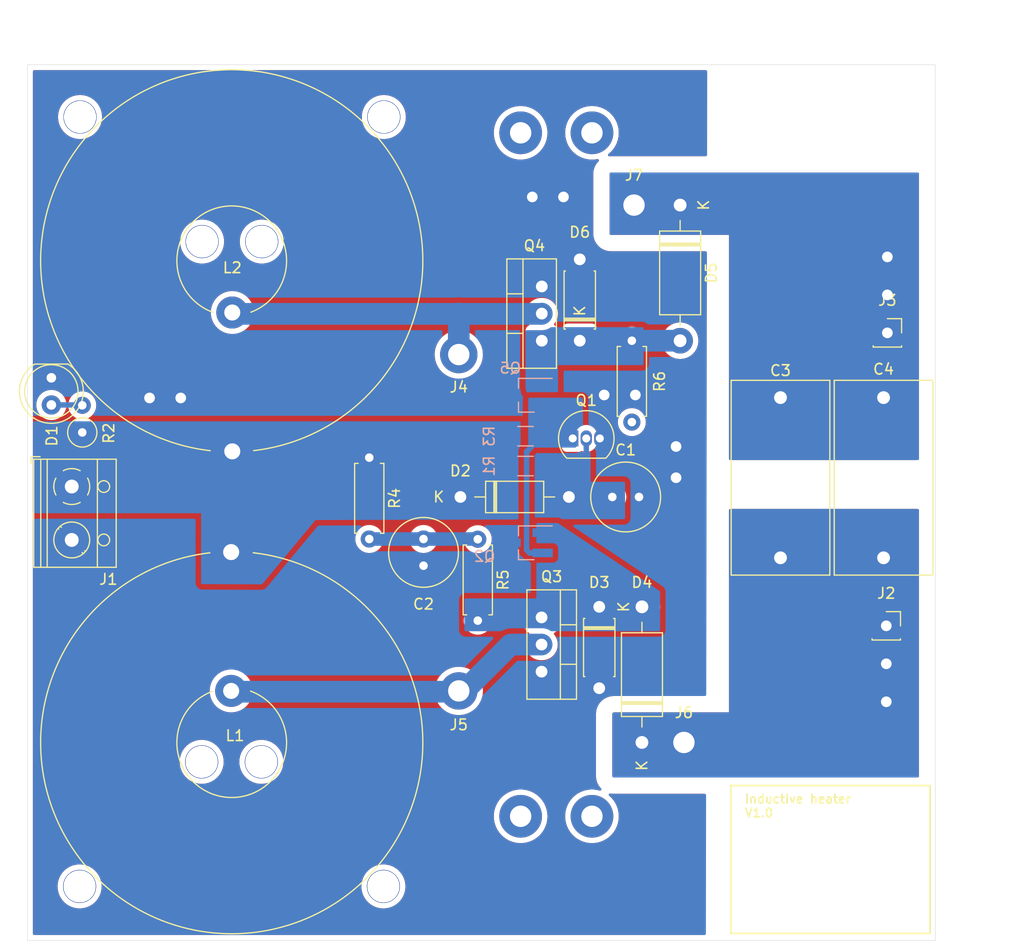
<source format=kicad_pcb>
(kicad_pcb (version 20211014) (generator pcbnew)
  (layers (0 "F.Cu" signal "Front") (31 "B.Cu" signal "Back") (34 "B.Paste" user) (35 "F.Paste" user) (36 "B.SilkS" user "B.Silkscreen") (37 "F.SilkS" user "F.Silkscreen") (38 "B.Mask" user) (39 "F.Mask" user) (44 "Edge.Cuts" user))
  (net 0 "")
  (net 1 "Net-(C1-Pad1)")
  (net 2 "GND")
  (net 3 "Net-(C2-Pad1)")
  (net 4 "Net-(D1-Pad2)")
  (net 5 "Net-(D2-Pad1)")
  (net 6 "Net-(D3-Pad1)")
  (net 7 "Net-(D5-Pad2)")
  (net 8 "Net-(Q1-Pad1)")
  (net 9 "Net-(C3-Pad1)")
  (net 10 "Net-(C3-Pad2)")
  (footprint "Package_TO_SOT_THT:TO-220-3_Vertical" (layer "F.Cu") (at 99.7 87.3506 -90)
    (fp_text reference "Q3" (at -3.81 -0.945) (layer "F.SilkS"))
    (fp_text value "IRFZ44N")
    (fp_line (start -2.58 -3.27) (end -2.58 1.371) (layer "F.SilkS") (width 0.12))
    (fp_line (start -2.58 1.371) (end 7.66 1.371) (layer "F.SilkS") (width 0.12))
    (fp_line (start 0.69 -3.27) (end 0.69 -1.76) (layer "F.SilkS") (width 0.12))
    (fp_line (start 4.391 -3.27) (end 4.391 -1.76) (layer "F.SilkS") (width 0.12))
    (fp_line (start -2.58 -3.27) (end 7.66 -3.27) (layer "F.SilkS") (width 0.12))
    (fp_line (start 7.66 -3.27) (end 7.66 1.371) (layer "F.SilkS") (width 0.12))
    (fp_line (start -2.58 -1.76) (end 7.66 -1.76) (layer "F.SilkS") (width 0.12))
    (pad "1" thru_hole rect locked (at 0 0 270) (size 1.905 2) (drill 1.1) (layers *.Cu *.Mask) (net 6 "Net-(D3-Pad1)"))
    (pad "2" thru_hole oval locked (at 2.54 0 270) (size 1.905 2) (drill 1.1) (layers *.Cu *.Mask) (net 10 "Net-(C3-Pad2)"))
    (pad "3" thru_hole oval locked (at 5.08 0 270) (size 1.905 2) (drill 1.1) (layers *.Cu *.Mask) (net 2 "GND"))
  )
  (footprint "Diode_THT:D_DO-41_SOD81_P10.16mm_Horizontal" (layer "F.Cu") (at 92.1004 76.073)
    (fp_text reference "D2" (at 0 -2.4384 180) (layer "F.SilkS"))
    (fp_text value "1N5819")
    (fp_text user "K" (at -2.032 0) (layer "F.SilkS"))
    (fp_line (start 7.8 1.47) (end 7.8 -1.47) (layer "F.SilkS") (width 0.12))
    (fp_line (start 1.34 0) (end 2.36 0) (layer "F.SilkS") (width 0.12))
    (fp_line (start 2.36 1.47) (end 7.8 1.47) (layer "F.SilkS") (width 0.12))
    (fp_line (start 3.38 -1.47) (end 3.38 1.47) (layer "F.SilkS") (width 0.12))
    (fp_line (start 8.82 0) (end 7.8 0) (layer "F.SilkS") (width 0.12))
    (fp_line (start 7.8 -1.47) (end 2.36 -1.47) (layer "F.SilkS") (width 0.12))
    (fp_line (start 3.14 -1.47) (end 3.14 1.47) (layer "F.SilkS") (width 0.12))
    (fp_line (start 3.26 -1.47) (end 3.26 1.47) (layer "F.SilkS") (width 0.12))
    (fp_line (start 2.36 -1.47) (end 2.36 1.47) (layer "F.SilkS") (width 0.12))
    (pad "1" thru_hole rect locked (at 0 0) (size 2.2 2.2) (drill 1.1) (layers *.Cu *.Mask) (net 5 "Net-(D2-Pad1)"))
    (pad "2" thru_hole oval locked (at 10.16 0) (size 2.2 2.2) (drill 1.1) (layers *.Cu *.Mask) (net 1 "Net-(C1-Pad1)"))
  )
  (footprint "Capacitor_THT:C_Radial_D6.3mm_H5.0mm_P2.50mm" (layer "F.Cu") (at 106.3244 76.073)
    (fp_text reference "C1" (at 1.25 -4.4) (layer "F.SilkS"))
    (fp_text value "100u")
    (fp_circle (center 1.25 0) (end 4.52 0) (layer "F.SilkS") (width 0.12) (fill none))
    (pad "1" thru_hole circle locked (at 0 0) (size 1.6 1.6) (drill 0.8) (layers *.Cu *.Mask) (net 1 "Net-(C1-Pad1)"))
    (pad "2" thru_hole circle locked (at 2.5 0) (size 1.6 1.6) (drill 0.8) (layers *.Cu *.Mask) (net 2 "GND"))
  )
  (footprint "Resistor_THT:R_Axial_DIN0207_L6.3mm_D2.5mm_P7.62mm_Horizontal" (layer "F.Cu") (at 83.566 72.39 -90)
    (fp_text reference "R4" (at 3.81 -2.37 -90) (layer "F.SilkS"))
    (fp_text value "47")
    (fp_line (start 7.08 -1.37) (end 7.08 -1.04) (layer "F.SilkS") (width 0.12))
    (fp_line (start 7.08 1.37) (end 7.08 1.04) (layer "F.SilkS") (width 0.12))
    (fp_line (start 0.54 1.04) (end 0.54 1.37) (layer "F.SilkS") (width 0.12))
    (fp_line (start 0.54 1.37) (end 7.08 1.37) (layer "F.SilkS") (width 0.12))
    (fp_line (start 0.54 -1.37) (end 7.08 -1.37) (layer "F.SilkS") (width 0.12))
    (fp_line (start 0.54 -1.04) (end 0.54 -1.37) (layer "F.SilkS") (width 0.12))
    (pad "1" thru_hole circle locked (at 0 0 270) (size 1.6 1.6) (drill 0.8) (layers *.Cu *.Mask) (net 5 "Net-(D2-Pad1)"))
    (pad "2" thru_hole oval locked (at 7.62 0 270) (size 1.6 1.6) (drill 0.8) (layers *.Cu *.Mask) (net 3 "Net-(C2-Pad1)"))
  )
  (footprint "LED_THT:LED_D5.0mm" (layer "F.Cu") (at 53.7972 64.9174 -90)
    (fp_text reference "D1" (at 5.4406 -0.0508 90) (layer "F.SilkS"))
    (fp_text value "Yellow")
    (fp_line (start -1.29 -1.545) (end -1.29 1.545) (layer "F.SilkS") (width 0.12))
    (fp_arc (start -1.29 -1.54483) (mid 2.072002 -2.880433) (end 4.26 0.000462) (layer "F.SilkS") (width 0.12))
    (fp_arc (start 4.26 -0.000462) (mid 2.072002 2.880433) (end -1.29 1.54483) (layer "F.SilkS") (width 0.12))
    (fp_circle (center 1.27 0) (end 3.77 0) (layer "F.SilkS") (width 0.12) (fill none))
    (pad "1" thru_hole rect locked (at 0 0 270) (size 1.8 1.8) (drill 0.9) (layers *.Cu *.Mask) (net 2 "GND"))
    (pad "2" thru_hole circle locked (at 2.54 0 270) (size 1.8 1.8) (drill 0.9) (layers *.Cu *.Mask) (net 4 "Net-(D1-Pad2)"))
  )
  (footprint "custom:JumperHole_2mm" (layer "F.Cu") (at 91.948 94.234)
    (fp_text reference "J5" (at 0 3.175 unlocked) (layer "F.SilkS"))
    (fp_text value "JUMP")
    (pad "1" thru_hole circle (at 0 0) (size 3.5 3.5) (drill 2) (layers *.Cu *.Mask) (net 10 "Net-(C3-Pad2)"))
  )
  (footprint "Resistor_THT:R_Axial_DIN0207_L6.3mm_D2.5mm_P7.62mm_Horizontal" (layer "F.Cu") (at 108.1532 69.0626 90)
    (fp_text reference "R6" (at 3.81 2.5908 90) (layer "F.SilkS"))
    (fp_text value "470")
    (fp_line (start 0.54 1.37) (end 7.08 1.37) (layer "F.SilkS") (width 0.12))
    (fp_line (start 7.08 1.37) (end 7.08 1.04) (layer "F.SilkS") (width 0.12))
    (fp_line (start 0.54 -1.04) (end 0.54 -1.37) (layer "F.SilkS") (width 0.12))
    (fp_line (start 0.54 -1.37) (end 7.08 -1.37) (layer "F.SilkS") (width 0.12))
    (fp_line (start 0.54 1.04) (end 0.54 1.37) (layer "F.SilkS") (width 0.12))
    (fp_line (start 7.08 -1.37) (end 7.08 -1.04) (layer "F.SilkS") (width 0.12))
    (pad "1" thru_hole circle locked (at 0 0 90) (size 1.6 1.6) (drill 0.8) (layers *.Cu *.Mask) (net 3 "Net-(C2-Pad1)"))
    (pad "2" thru_hole oval locked (at 7.62 0 90) (size 1.6 1.6) (drill 0.8) (layers *.Cu *.Mask) (net 7 "Net-(D5-Pad2)"))
  )
  (footprint "Resistor_THT:R_Axial_DIN0207_L6.3mm_D2.5mm_P2.54mm_Vertical" (layer "F.Cu") (at 56.6928 70.0314 90)
    (fp_text reference "R2" (at -0.0726 2.4892 90) (layer "F.SilkS"))
    (fp_text value "2.7k")
    (fp_line (start 1.37 0) (end 1.44 0) (layer "F.SilkS") (width 0.12))
    (fp_circle (center 0 0) (end 1.37 0) (layer "F.SilkS") (width 0.12) (fill none))
    (pad "1" thru_hole circle locked (at 0 0 90) (size 1.6 1.6) (drill 0.8) (layers *.Cu *.Mask) (net 5 "Net-(D2-Pad1)"))
    (pad "2" thru_hole oval locked (at 2.54 0 90) (size 1.6 1.6) (drill 0.8) (layers *.Cu *.Mask) (net 4 "Net-(D1-Pad2)"))
  )
  (footprint "custom:Toroid_35mm" (layer "F.Cu") (at 70.686999 98.824 180)
    (fp_text reference "L1" (at -0.306001 0.399 unlocked) (layer "F.SilkS"))
    (fp_text value "2.4m")
    (fp_arc (start -2.011999 17.525999) (mid -0.019869 -18.147466) (end 2.05148 17.521487) (layer "F.SilkS") (width 0.12))
    (fp_arc (start -1.757999 4.572) (mid -0.018742 -5.390194) (end 1.793173 4.559042) (layer "F.SilkS") (width 0.12))
    (pad "" thru_hole circle (at -14.203999 -13.716 180) (size 3.1 3.1) (drill 3) (layers *.Cu *.Mask))
    (pad "" thru_hole circle (at 2.814001 -2.052 180) (size 3.1 3.1) (drill 3) (layers *.Cu *.Mask))
    (pad "" thru_hole circle (at -2.773999 -2.052 180) (size 3.1 3.1) (drill 3) (layers *.Cu *.Mask))
    (pad "" thru_hole circle (at 14.244001 -13.716 180) (size 3.1 3.1) (drill 3) (layers *.Cu *.Mask))
    (pad "1" thru_hole circle (at 0.052001 17.59 180) (size 3 3) (drill 1.5) (layers *.Cu *.Mask) (net 5 "Net-(D2-Pad1)"))
    (pad "2" thru_hole circle (at 0.052001 4.59 180) (size 3 3) (drill 1.5) (layers *.Cu *.Mask) (net 10 "Net-(C3-Pad2)"))
  )
  (footprint "TerminalBlock_RND:TerminalBlock_RND_205-00012_1x02_P5.00mm_Horizontal" (layer "F.Cu") (at 55.707 75.097 -90)
    (fp_text reference "J1" (at 8.6868 -3.429 180) (layer "F.SilkS"))
    (fp_text value "POWER")
    (fp_line (start -2.56 -4.16) (end -2.56 3.561) (layer "F.SilkS") (width 0.12))
    (fp_line (start -2.56 -4.16) (end 7.56 -4.16) (layer "F.SilkS") (width 0.12))
    (fp_line (start -2.8 3.8) (end -2.2 3.8) (layer "F.SilkS") (width 0.12))
    (fp_line (start -2.56 2.9) (end 7.56 2.9) (layer "F.SilkS") (width 0.12))
    (fp_line (start -2.56 -2.4) (end 7.56 -2.4) (layer "F.SilkS") (width 0.12))
    (fp_line (start 6.275 -1.069) (end 6.181 -0.976) (layer "F.SilkS") (width 0.12))
    (fp_line (start -2.8 2.96) (end -2.8 3.8) (layer "F.SilkS") (width 0.12))
    (fp_line (start 3.99 1.216) (end 3.931 1.274) (layer "F.SilkS") (width 0.12))
    (fp_line (start 3.82 0.976) (end 3.726 1.069) (layer "F.SilkS") (width 0.12))
    (fp_line (start -2.56 3.561) (end 7.56 3.561) (layer "F.SilkS") (width 0.12))
    (fp_line (start 7.56 -4.16) (end 7.56 3.561) (layer "F.SilkS") (width 0.12))
    (fp_line (start -2.56 2.3) (end 7.56 2.3) (layer "F.SilkS") (width 0.12))
    (fp_line (start 6.07 -1.275) (end 6.011 -1.216) (layer "F.SilkS") (width 0.12))
    (fp_arc (start -0.789089 -1.483953) (mid -0.00005 -1.680708) (end 0.789 -1.484) (layer "F.SilkS") (width 0.12))
    (fp_arc (start 1.483953 -0.789089) (mid 1.680708 -0.00005) (end 1.484 0.789) (layer "F.SilkS") (width 0.12))
    (fp_arc (start 0.788712 1.483352) (mid 0.406429 1.630097) (end 0 1.68) (layer "F.SilkS") (width 0.12))
    (fp_arc (start 0.029383 1.68045) (mid -0.392304 1.634281) (end -0.789 1.484) (layer "F.SilkS") (width 0.12))
    (fp_arc (start -1.483953 0.789089) (mid -1.680708 0.00005) (end -1.484 -0.789) (layer "F.SilkS") (width 0.12))
    (fp_circle (center 0 -3) (end 0.55 -3) (layer "F.SilkS") (width 0.12) (fill none))
    (fp_circle (center 5 0) (end 6.68 0) (layer "F.SilkS") (width 0.12) (fill none))
    (fp_circle (center 5 -3) (end 5.55 -3) (layer "F.SilkS") (width 0.12) (fill none))
    (pad "1" thru_hole rect locked (at 0 0 270) (size 2.5 2.5) (drill 1.3) (layers *.Cu *.Mask) (net 5 "Net-(D2-Pad1)"))
    (pad "2" thru_hole circle locked (at 5 0 270) (size 2.5 2.5) (drill 1.3) (layers *.Cu *.Mask) (net 2 "GND"))
  )
  (footprint "Capacitor_THT:C_Rect_L18.0mm_W9.0mm_P15.00mm_FKS3_FKP3" (layer "F.Cu") (at 131.7244 81.7696 90)
    (fp_text reference "C4" (at 17.66 0 180) (layer "F.SilkS"))
    (fp_text value "220n")
    (fp_line (start 16.62 -4.62) (end 16.62 4.62) (layer "F.SilkS") (width 0.12))
    (fp_line (start -1.62 -4.62) (end -1.62 4.62) (layer "F.SilkS") (width 0.12))
    (fp_line (start -1.62 4.62) (end 16.62 4.62) (layer "F.SilkS") (width 0.12))
    (fp_line (start -1.62 -4.62) (end 16.62 -4.62) (layer "F.SilkS") (width 0.12))
    (pad "1" thru_hole circle locked (at 0 0 90) (size 2.4 2.4) (drill 1.2) (layers *.Cu *.Mask) (net 9 "Net-(C3-Pad1)"))
    (pad "2" thru_hole circle locked (at 15 0 90) (size 2.4 2.4) (drill 1.2) (layers *.Cu *.Mask) (net 10 "Net-(C3-Pad2)"))
  )
  (footprint "custom:Toroid_35mm" (layer "F.Cu") (at 70.686999 54.211)
    (fp_text reference "L2" (at 0.052001 0.399 unlocked) (layer "F.SilkS"))
    (fp_text value "2.4m")
    (fp_arc (start -1.757999 4.572) (mid -0.018742 -5.390194) (end 1.793173 4.559042) (layer "F.SilkS") (width 0.12))
    (fp_arc (start -2.011999 17.525999) (mid -0.019869 -18.147466) (end 2.05148 17.521487) (layer "F.SilkS") (width 0.12))
    (pad "" thru_hole circle (at -2.773999 -2.052) (size 3.1 3.1) (drill 3) (layers *.Cu *.Mask))
    (pad "" thru_hole circle (at 2.814001 -2.052) (size 3.1 3.1) (drill 3) (layers *.Cu *.Mask))
    (pad "" thru_hole circle (at -14.203999 -13.716) (size 3.1 3.1) (drill 3) (layers *.Cu *.Mask))
    (pad "" thru_hole circle (at 14.244001 -13.716) (size 3.1 3.1) (drill 3) (layers *.Cu *.Mask))
    (pad "1" thru_hole circle (at 0.052001 17.59) (size 3 3) (drill 1.5) (layers *.Cu *.Mask) (net 5 "Net-(D2-Pad1)"))
    (pad "2" thru_hole circle (at 0.052001 4.59) (size 3 3) (drill 1.5) (layers *.Cu *.Mask) (net 9 "Net-(C3-Pad1)"))
  )
  (footprint "custom:JumperHole_2mm" (layer "F.Cu") (at 108.3564 48.7426)
    (fp_text reference "J7" (at 0 -2.794 unlocked) (layer "F.SilkS"))
    (fp_text value "COIL-")
    (pad "1" thru_hole circle (at 0 0) (size 3.5 3.5) (drill 2) (layers *.Cu *.Mask) (net 10 "Net-(C3-Pad2)"))
  )
  (footprint "Capacitor_THT:C_Radial_D6.3mm_H5.0mm_P2.50mm" (layer "F.Cu") (at 88.646 80.01 -90)
    (fp_text reference "C2" (at 6.096 0) (layer "F.SilkS"))
    (fp_text value "10u")
    (fp_circle (center 1.25 0) (end 4.52 0) (layer "F.SilkS") (width 0.12) (fill none))
    (pad "1" thru_hole circle locked (at 0 0 270) (size 1.6 1.6) (drill 0.8) (layers *.Cu *.Mask) (net 3 "Net-(C2-Pad1)"))
    (pad "2" thru_hole circle locked (at 2.5 0 270) (size 1.6 1.6) (drill 0.8) (layers *.Cu *.Mask) (net 2 "GND"))
  )
  (footprint "custom:JumperHole_2mm" (layer "F.Cu") (at 113.03 99.06)
    (fp_text reference "J6" (at 0 -2.794 unlocked) (layer "F.SilkS"))
    (fp_text value "COIL+")
    (pad "1" thru_hole circle (at 0 0) (size 3.5 3.5) (drill 2) (layers *.Cu *.Mask) (net 9 "Net-(C3-Pad1)"))
  )
  (footprint "" (layer "F.Cu") (at 131.9784 95.25)
    (fp_text reference "" (at 0 0) (layer "F.SilkS") (effects (font (size 1.27 1.27))))
    (fp_text value "" (at 0 0) (layer "F.SilkS") (effects (font (size 1.27 1.27))))
    (pad "1" thru_hole rect locked (at 0 0) (size 1.7 1.7) (drill 1) (layers *.Cu *.Mask) (net 9 "Net-(C3-Pad1)"))
  )
  (footprint "Diode_THT:D_DO-15_P12.70mm_Horizontal" (layer "F.Cu") (at 112.6744 48.7426 -90)
    (fp_text reference "D5" (at 6.35 -2.92 90) (layer "F.SilkS"))
    (fp_text value "FR207")
    (fp_text user "K" (at 0 -2.2 90) (layer "F.SilkS"))
    (fp_line (start 11.26 0) (end 10.27 0) (layer "F.SilkS") (width 0.12))
    (fp_line (start 3.57 -1.92) (end 3.57 1.92) (layer "F.SilkS") (width 0.12))
    (fp_line (start 1.44 0) (end 2.43 0) (layer "F.SilkS") (width 0.12))
    (fp_line (start 2.43 -1.92) (end 2.43 1.92) (layer "F.SilkS") (width 0.12))
    (fp_line (start 3.81 -1.92) (end 3.81 1.92) (layer "F.SilkS") (width 0.12))
    (fp_line (start 10.27 1.92) (end 10.27 -1.92) (layer "F.SilkS") (width 0.12))
    (fp_line (start 2.43 1.92) (end 10.27 1.92) (layer "F.SilkS") (width 0.12))
    (fp_line (start 3.69 -1.92) (end 3.69 1.92) (layer "F.SilkS") (width 0.12))
    (fp_line (start 10.27 -1.92) (end 2.43 -1.92) (layer "F.SilkS") (width 0.12))
    (pad "1" thru_hole rect locked (at 0 0 270) (size 2.4 2.4) (drill 1.2) (layers *.Cu *.Mask) (net 10 "Net-(C3-Pad2)"))
    (pad "2" thru_hole oval locked (at 12.7 0 270) (size 2.4 2.4) (drill 1.2) (layers *.Cu *.Mask) (net 7 "Net-(D5-Pad2)"))
  )
  (footprint "Connector_PinSocket_2.54mm:PinSocket_1x01_P2.54mm_Vertical" (layer "F.Cu") (at 132.08 60.706)
    (fp_text reference "J3" (at 0 -3.048) (layer "F.SilkS"))
    (fp_text value "JUMP")
    (fp_line (start 0 -1.33) (end 1.33 -1.33) (layer "F.SilkS") (width 0.12))
    (fp_line (start 1.33 -1.33) (end 1.33 0) (layer "F.SilkS") (width 0.12))
    (fp_line (start -1.33 1.33) (end 1.33 1.33) (layer "F.SilkS") (width 0.12))
    (fp_line (start -1.33 1.21) (end -1.33 1.33) (layer "F.SilkS") (width 0.12))
    (fp_line (start 1.33 1.21) (end 1.33 1.33) (layer "F.SilkS") (width 0.12))
    (pad "1" thru_hole rect locked (at 0 0) (size 1.7 1.7) (drill 1) (layers *.Cu *.Mask) (net 10 "Net-(C3-Pad2)"))
  )
  (footprint "" (layer "F.Cu") (at 131.9784 91.694)
    (fp_text reference "" (at 0 0) (layer "F.SilkS") (effects (font (size 1.27 1.27))))
    (fp_text value "" (at 0 0) (layer "F.SilkS") (effects (font (size 1.27 1.27))))
    (pad "1" thru_hole rect locked (at 0 0) (size 1.7 1.7) (drill 1) (layers *.Cu *.Mask) (net 9 "Net-(C3-Pad1)"))
  )
  (footprint "Package_TO_SOT_THT:TO-220-3_Vertical" (layer "F.Cu") (at 99.7204 61.4426 90)
    (fp_text reference "Q4" (at 8.89 -0.691) (layer "F.SilkS"))
    (fp_text value "IRFZ44N")
    (fp_line (start 7.66 -3.27) (end 7.66 1.371) (layer "F.SilkS") (width 0.12))
    (fp_line (start -2.58 -1.76) (end 7.66 -1.76) (layer "F.SilkS") (width 0.12))
    (fp_line (start -2.58 1.371) (end 7.66 1.371) (layer "F.SilkS") (width 0.12))
    (fp_line (start -2.58 -3.27) (end -2.58 1.371) (layer "F.SilkS") (width 0.12))
    (fp_line (start 4.391 -3.27) (end 4.391 -1.76) (layer "F.SilkS") (width 0.12))
    (fp_line (start -2.58 -3.27) (end 7.66 -3.27) (layer "F.SilkS") (width 0.12))
    (fp_line (start 0.69 -3.27) (end 0.69 -1.76) (layer "F.SilkS") (width 0.12))
    (pad "1" thru_hole rect locked (at 0 0 90) (size 1.905 2) (drill 1.1) (layers *.Cu *.Mask) (net 7 "Net-(D5-Pad2)"))
    (pad "2" thru_hole oval locked (at 2.54 0 90) (size 1.905 2) (drill 1.1) (layers *.Cu *.Mask) (net 9 "Net-(C3-Pad1)"))
    (pad "3" thru_hole oval locked (at 5.08 0 90) (size 1.905 2) (drill 1.1) (layers *.Cu *.Mask) (net 2 "GND"))
  )
  (footprint "Capacitor_THT:C_Rect_L18.0mm_W9.0mm_P15.00mm_FKS3_FKP3" (layer "F.Cu") (at 122.0724 81.7696 90)
    (fp_text reference "C3" (at 17.533 0 180) (layer "F.SilkS"))
    (fp_text value "220n")
    (fp_line (start -1.62 -4.62) (end -1.62 4.62) (layer "F.SilkS") (width 0.12))
    (fp_line (start -1.62 -4.62) (end 16.62 -4.62) (layer "F.SilkS") (width 0.12))
    (fp_line (start -1.62 4.62) (end 16.62 4.62) (layer "F.SilkS") (width 0.12))
    (fp_line (start 16.62 -4.62) (end 16.62 4.62) (layer "F.SilkS") (width 0.12))
    (pad "1" thru_hole circle locked (at 0 0 90) (size 2.4 2.4) (drill 1.2) (layers *.Cu *.Mask) (net 9 "Net-(C3-Pad1)"))
    (pad "2" thru_hole circle locked (at 15 0 90) (size 2.4 2.4) (drill 1.2) (layers *.Cu *.Mask) (net 10 "Net-(C3-Pad2)"))
  )
  (footprint "" (layer "F.Cu") (at 132.08 53.594)
    (fp_text reference "" (at 0 0) (layer "F.SilkS") (effects (font (size 1.27 1.27))))
    (fp_text value "" (at 0 0) (layer "F.SilkS") (effects (font (size 1.27 1.27))))
    (pad "1" thru_hole rect locked (at 0 0) (size 1.7 1.7) (drill 1) (layers *.Cu *.Mask) (net 10 "Net-(C3-Pad2)"))
  )
  (footprint "Diode_THT:D_DO-15_P12.70mm_Horizontal" (layer "F.Cu") (at 109.1 99.06 90)
    (fp_text reference "D4" (at 14.986 0 180) (layer "F.SilkS"))
    (fp_text value "FR207")
    (fp_text user "K" (at -2.159 0 90) (layer "F.SilkS"))
    (fp_line (start 10.27 1.92) (end 10.27 -1.92) (layer "F.SilkS") (width 0.12))
    (fp_line (start 2.43 1.92) (end 10.27 1.92) (layer "F.SilkS") (width 0.12))
    (fp_line (start 3.69 -1.92) (end 3.69 1.92) (layer "F.SilkS") (width 0.12))
    (fp_line (start 2.43 -1.92) (end 2.43 1.92) (layer "F.SilkS") (width 0.12))
    (fp_line (start 3.57 -1.92) (end 3.57 1.92) (layer "F.SilkS") (width 0.12))
    (fp_line (start 1.44 0) (end 2.43 0) (layer "F.SilkS") (width 0.12))
    (fp_line (start 10.27 -1.92) (end 2.43 -1.92) (layer "F.SilkS") (width 0.12))
    (fp_line (start 3.81 -1.92) (end 3.81 1.92) (layer "F.SilkS") (width 0.12))
    (fp_line (start 11.26 0) (end 10.27 0) (layer "F.SilkS") (width 0.12))
    (pad "1" thru_hole rect locked (at 0 0 90) (size 2.4 2.4) (drill 1.2) (layers *.Cu *.Mask) (net 9 "Net-(C3-Pad1)"))
    (pad "2" thru_hole oval locked (at 12.7 0 90) (size 2.4 2.4) (drill 1.2) (layers *.Cu *.Mask) (net 6 "Net-(D3-Pad1)"))
  )
  (footprint "Connector_PinSocket_2.54mm:PinSocket_1x01_P2.54mm_Vertical" (layer "F.Cu") (at 131.9784 88.138)
    (fp_text reference "J2" (at 0 -3.048) (layer "F.SilkS"))
    (fp_text value "JUMP")
    (fp_line (start 1.33 -1.33) (end 1.33 0) (layer "F.SilkS") (width 0.12))
    (fp_line (start 0 -1.33) (end 1.33 -1.33) (layer "F.SilkS") (width 0.12))
    (fp_line (start -1.33 1.33) (end 1.33 1.33) (layer "F.SilkS") (width 0.12))
    (fp_line (start -1.33 1.21) (end -1.33 1.33) (layer "F.SilkS") (width 0.12))
    (fp_line (start 1.33 1.21) (end 1.33 1.33) (layer "F.SilkS") (width 0.12))
    (pad "1" thru_hole rect locked (at 0 0) (size 1.7 1.7) (drill 1) (layers *.Cu *.Mask) (net 9 "Net-(C3-Pad1)"))
  )
  (footprint "Diode_THT:D_DO-41_SOD81_P7.62mm_Horizontal" (layer "F.Cu") (at 103.2764 61.4426 90)
    (fp_text reference "D6" (at 10.16 0) (layer "F.SilkS"))
    (fp_text value "Z12")
    (fp_text user "K" (at 2.794 0 90) (layer "F.SilkS"))
    (fp_line (start 1.09 1.47) (end 6.53 1.47) (layer "F.SilkS") (width 0.12))
    (fp_line (start 1.87 -1.47) (end 1.87 1.47) (layer "F.SilkS") (width 0.12))
    (fp_line (start 1.09 -1.47) (end 6.53 -1.47) (layer "F.SilkS") (width 0.12))
    (fp_line (start 1.09 1.34) (end 1.09 1.47) (layer "F.SilkS") (width 0.12))
    (fp_line (start 6.53 -1.47) (end 6.53 -1.34) (layer "F.SilkS") (width 0.12))
    (fp_line (start 1.09 -1.34) (end 1.09 -1.47) (layer "F.SilkS") (width 0.12))
    (fp_line (start 6.53 1.47) (end 6.53 1.34) (layer "F.SilkS") (width 0.12))
    (fp_line (start 1.99 -1.47) (end 1.99 1.47) (layer "F.SilkS") (width 0.12))
    (fp_line (start 2.11 -1.47) (end 2.11 1.47) (layer "F.SilkS") (width 0.12))
    (pad "1" thru_hole rect locked (at 0 0 90) (size 2.2 2.2) (drill 1.1) (layers *.Cu *.Mask) (net 7 "Net-(D5-Pad2)"))
    (pad "2" thru_hole oval locked (at 7.62 0 90) (size 2.2 2.2) (drill 1.1) (layers *.Cu *.Mask) (net 2 "GND"))
  )
  (footprint "Diode_THT:D_DO-41_SOD81_P7.62mm_Horizontal" (layer "F.Cu") (at 105.1 86.36 -90)
    (fp_text reference "D3" (at -2.286 0) (layer "F.SilkS"))
    (fp_text value "Z12")
    (fp_text user "K" (at 0 -2.286 -270) (layer "F.SilkS"))
    (fp_line (start 1.09 -1.47) (end 6.53 -1.47) (layer "F.SilkS") (width 0.12))
    (fp_line (start 1.09 1.47) (end 6.53 1.47) (layer "F.SilkS") (width 0.12))
    (fp_line (start 6.53 1.47) (end 6.53 1.34) (layer "F.SilkS") (width 0.12))
    (fp_line (start 1.99 -1.47) (end 1.99 1.47) (layer "F.SilkS") (width 0.12))
    (fp_line (start 1.09 1.34) (end 1.09 1.47) (layer "F.SilkS") (width 0.12))
    (fp_line (start 6.53 -1.47) (end 6.53 -1.34) (layer "F.SilkS") (width 0.12))
    (fp_line (start 2.11 -1.47) (end 2.11 1.47) (layer "F.SilkS") (width 0.12))
    (fp_line (start 1.87 -1.47) (end 1.87 1.47) (layer "F.SilkS") (width 0.12))
    (fp_line (start 1.09 -1.34) (end 1.09 -1.47) (layer "F.SilkS") (width 0.12))
    (pad "1" thru_hole rect locked (at 0 0 270) (size 2.2 2.2) (drill 1.1) (layers *.Cu *.Mask) (net 6 "Net-(D3-Pad1)"))
    (pad "2" thru_hole oval locked (at 7.62 0 270) (size 2.2 2.2) (drill 1.1) (layers *.Cu *.Mask) (net 2 "GND"))
  )
  (footprint "custom:JumperHole_2mm" (layer "F.Cu") (at 91.948 62.738 180)
    (fp_text reference "J4" (at 0 -3.048 unlocked) (layer "F.SilkS"))
    (fp_text value "JUMP")
    (pad "1" thru_hole circle (at 0 0 180) (size 3.5 3.5) (drill 2) (layers *.Cu *.Mask) (net 9 "Net-(C3-Pad1)"))
  )
  (footprint "Resistor_THT:R_Axial_DIN0207_L6.3mm_D2.5mm_P7.62mm_Horizontal" (layer "F.Cu") (at 93.726 80.0306 -90)
    (fp_text reference "R5" (at 3.81 -2.37 -90) (layer "F.SilkS"))
    (fp_text value "470")
    (fp_line (start 0.54 1.04) (end 0.54 1.37) (layer "F.SilkS") (width 0.12))
    (fp_line (start 0.54 -1.37) (end 7.08 -1.37) (layer "F.SilkS") (width 0.12))
    (fp_line (start 7.08 1.37) (end 7.08 1.04) (layer "F.SilkS") (width 0.12))
    (fp_line (start 0.54 -1.04) (end 0.54 -1.37) (layer "F.SilkS") (width 0.12))
    (fp_line (start 0.54 1.37) (end 7.08 1.37) (layer "F.SilkS") (width 0.12))
    (fp_line (start 7.08 -1.37) (end 7.08 -1.04) (layer "F.SilkS") (width 0.12))
    (pad "1" thru_hole circle locked (at 0 0 270) (size 1.6 1.6) (drill 0.8) (layers *.Cu *.Mask) (net 3 "Net-(C2-Pad1)"))
    (pad "2" thru_hole oval locked (at 7.62 0 270) (size 1.6 1.6) (drill 0.8) (layers *.Cu *.Mask) (net 6 "Net-(D3-Pad1)"))
  )
  (footprint "Package_TO_SOT_THT:TO-92_Inline" (layer "F.Cu") (at 102.616 70.591)
    (fp_text reference "Q1" (at 1.27 -3.56) (layer "F.SilkS"))
    (fp_text value "Q_NPN_CBE")
    (fp_line (start -0.53 1.85) (end 3.07 1.85) (layer "F.SilkS") (width 0.12))
    (fp_arc (start -0.568478 1.838478) (mid -1.132087 -0.994977) (end 1.27 -2.6) (layer "F.SilkS") (width 0.12))
    (fp_arc (start 1.27 -2.6) (mid 3.672087 -0.994977) (end 3.108478 1.838478) (layer "F.SilkS") (width 0.12))
    (pad "1" thru_hole rect locked (at 0 0) (size 1.05 1.5) (drill 0.75) (layers *.Cu *.Mask) (net 8 "Net-(Q1-Pad1)"))
    (pad "2" thru_hole oval locked (at 1.27 0) (size 1.05 1.5) (drill 0.75) (layers *.Cu *.Mask) (net 1 "Net-(C1-Pad1)"))
    (pad "3" thru_hole oval locked (at 2.54 0) (size 1.05 1.5) (drill 0.75) (layers *.Cu *.Mask) (net 2 "GND"))
  )
  (footprint "" (layer "F.Cu") (at 132.08 57.15)
    (fp_text reference "" (at 0 0) (layer "F.SilkS") (effects (font (size 1.27 1.27))))
    (fp_text value "" (at 0 0) (layer "F.SilkS") (effects (font (size 1.27 1.27))))
    (pad "1" thru_hole rect locked (at 0 0) (size 1.7 1.7) (drill 1) (layers *.Cu *.Mask) (net 10 "Net-(C3-Pad2)"))
  )
  (footprint "Resistor_SMD:R_1206_3216Metric_Pad1.30x1.75mm_HandSolder" (layer "B.Cu") (at 98.1964 73.1774)
    (fp_text reference "R1" (at -3.4036 0 90) (layer "B.SilkS") (effects (justify mirror)))
    (fp_text value "47k")
    (fp_line (start -0.727064 0.91) (end 0.727064 0.91) (layer "B.SilkS") (width 0.12))
    (fp_line (start -0.727064 -0.91) (end 0.727064 -0.91) (layer "B.SilkS") (width 0.12))
    (pad "1" smd roundrect locked (at -1.55 0) (size 1.3 1.75) (layers "B.Cu" "B.Paste" "B.Mask") (roundrect_rratio 0.192308) (net 5 "Net-(D2-Pad1)"))
    (pad "2" smd roundrect locked (at 1.55 0) (size 1.3 1.75) (layers "B.Cu" "B.Paste" "B.Mask") (roundrect_rratio 0.192308) (net 1 "Net-(C1-Pad1)"))
  )
  (footprint "Resistor_SMD:R_1206_3216Metric_Pad1.30x1.75mm_HandSolder" (layer "B.Cu") (at 98.1964 70.3834)
    (fp_text reference "R3" (at -3.4036 0 90) (layer "B.SilkS") (effects (justify mirror)))
    (fp_text value "10k")
    (fp_line (start -0.727064 -0.91) (end 0.727064 -0.91) (layer "B.SilkS") (width 0.12))
    (fp_line (start -0.727064 0.91) (end 0.727064 0.91) (layer "B.SilkS") (width 0.12))
    (pad "1" smd roundrect locked (at -1.55 0) (size 1.3 1.75) (layers "B.Cu" "B.Paste" "B.Mask") (roundrect_rratio 0.192308) (net 5 "Net-(D2-Pad1)"))
    (pad "2" smd roundrect locked (at 1.55 0) (size 1.3 1.75) (layers "B.Cu" "B.Paste" "B.Mask") (roundrect_rratio 0.192308) (net 8 "Net-(Q1-Pad1)"))
  )
  (footprint "Package_TO_SOT_SMD:SOT-23_Handsoldering" (layer "B.Cu") (at 98.298 80.3656 180)
    (fp_text reference "Q2" (at 3.937 -1.27) (layer "B.SilkS") (effects (justify mirror)))
    (fp_text value "IRFZ44N")
    (fp_line (start 0.76 -1.58) (end 0.76 -0.65) (layer "B.SilkS") (width 0.12))
    (fp_line (start 0.76 1.58) (end 0.76 0.65) (layer "B.SilkS") (width 0.12))
    (fp_line (start 0.76 -1.58) (end -0.7 -1.58) (layer "B.SilkS") (width 0.12))
    (fp_line (start 0.76 1.58) (end -2.4 1.58) (layer "B.SilkS") (width 0.12))
    (pad "1" smd rect locked (at -1.5 0.95 180) (size 1.9 0.8) (layers "B.Cu" "B.Paste" "B.Mask") (net 6 "Net-(D3-Pad1)"))
    (pad "2" smd rect locked (at -1.5 -0.95 180) (size 1.9 0.8) (layers "B.Cu" "B.Paste" "B.Mask") (net 8 "Net-(Q1-Pad1)"))
    (pad "3" smd rect locked (at 1.5 0 180) (size 1.9 0.8) (layers "B.Cu" "B.Paste" "B.Mask") (net 2 "GND"))
  )
  (footprint "Package_TO_SOT_SMD:SOT-23_Handsoldering" (layer "B.Cu") (at 98.298 66.548 180)
    (fp_text reference "Q5" (at 1.524 2.54) (layer "B.SilkS") (effects (justify mirror)))
    (fp_text value "IRFZ44N")
    (fp_line (start 0.76 1.58) (end -2.4 1.58) (layer "B.SilkS") (width 0.12))
    (fp_line (start 0.76 -1.58) (end -0.7 -1.58) (layer "B.SilkS") (width 0.12))
    (fp_line (start 0.76 -1.58) (end 0.76 -0.65) (layer "B.SilkS") (width 0.12))
    (fp_line (start 0.76 1.58) (end 0.76 0.65) (layer "B.SilkS") (width 0.12))
    (pad "1" smd rect locked (at -1.5 0.95 180) (size 1.9 0.8) (layers "B.Cu" "B.Paste" "B.Mask") (net 7 "Net-(D5-Pad2)"))
    (pad "2" smd rect locked (at -1.5 -0.95 180) (size 1.9 0.8) (layers "B.Cu" "B.Paste" "B.Mask") (net 8 "Net-(Q1-Pad1)"))
    (pad "3" smd rect locked (at 1.5 0 180) (size 1.9 0.8) (layers "B.Cu" "B.Paste" "B.Mask") (net 2 "GND"))
  )
  (gr_rect (start 117.4115 103.0986) (end 136.0805 116.9416) (layer "F.SilkS") (width 0.1524) (fill none))
  (gr_rect (start 51.562 35.6) (end 136.563 117.602) (layer "Edge.Cuts") (width 0.0381) (fill none))
  (gr_text "Inductive heater\nV1.0" (at 118.6434 105.0036) (layer "F.SilkS") (effects (font (size 0.8128 0.8128) (thickness 0.1524)) (justify left)))
  (via (at 104.4194 41.9746) (size 4) (drill 2) (layers "F.Cu" "B.Cu") (net 0))
  (via (at 97.7404 105.9746) (size 4) (drill 2) (layers "F.Cu" "B.Cu") (net 0))
  (via (at 97.7404 41.9746) (size 4) (drill 2) (layers "F.Cu" "B.Cu") (net 0))
  (via (at 104.4194 105.9746) (size 4) (drill 2) (layers "F.Cu" "B.Cu") (net 0))
  (segment (start 103.886 70.591) (end 103.886 72.136) (width 0.508) (layer "B.Cu") (net 1))
  (via (at 105.5624 66.5226) (size 1.7) (drill 1) (layers "F.Cu" "B.Cu") (net 2))
  (via (at 108.4834 66.5226) (size 1.7) (drill 1) (layers "F.Cu" "B.Cu") (net 2))
  (via (at 65.913 66.802) (size 1.7) (drill 1) (layers "F.Cu" "B.Cu") (net 2))
  (via (at 62.992 66.802) (size 1.7) (drill 1) (layers "F.Cu" "B.Cu") (net 2))
  (via (at 112.2934 74.2696) (size 1.7) (drill 1) (layers "F.Cu" "B.Cu") (net 2))
  (via (at 98.8314 47.9806) (size 1.7) (drill 1) (layers "F.Cu" "B.Cu") (net 2))
  (via (at 101.7524 47.9806) (size 1.7) (drill 1) (layers "F.Cu" "B.Cu") (net 2))
  (via (at 112.2934 71.3486) (size 1.7) (drill 1) (layers "F.Cu" "B.Cu") (net 2))
  (segment (start 93.7054 80.01) (end 83.566 80.01) (width 1.27) (layer "B.Cu") (net 3))
  (segment (start 93.726 80.0306) (end 93.7054 80.01) (width 1.27) (layer "B.Cu") (net 3))
  (segment (start 53.7972 67.4574) (end 56.6588 67.4574) (width 0.508) (layer "B.Cu") (net 4))
  (segment (start 56.6588 67.4574) (end 56.6928 67.4914) (width 0.508) (layer "B.Cu") (net 4))
  (segment (start 103.2764 61.4426) (end 112.6744 61.4426) (width 2.032) (layer "B.Cu") (net 7))
  (segment (start 98.5876 81.3156) (end 99.798 81.3156) (width 0.508) (layer "B.Cu") (net 8))
  (segment (start 98.298 71.8318) (end 98.298 81.026) (width 0.508) (layer "B.Cu") (net 8))
  (segment (start 99.7444 70.3854) (end 98.298 71.8318) (width 0.508) (layer "B.Cu") (net 8))
  (segment (start 98.298 81.026) (end 98.5876 81.3156) (width 0.508) (layer "B.Cu") (net 8))
  (segment (start 70.7685 58.928) (end 99.695 58.928) (width 2.032) (layer "B.Cu") (net 9))
  (segment (start 91.948 62.738) (end 91.948 58.928) (width 2.032) (layer "B.Cu") (net 9))
  (segment (start 99.695 58.928) (end 99.7204 58.9026) (width 2.032) (layer "B.Cu") (net 9))
  (segment (start 91.948 58.928) (end 91.9734 58.9026) (width 2.032) (layer "B.Cu") (net 9))
  (segment (start 92.2274 94.4626) (end 96.774 89.916) (width 2.032) (layer "B.Cu") (net 10))
  (segment (start 96.9264 89.8906) (end 99.7 89.8906) (width 2.032) (layer "B.Cu") (net 10))
  (segment (start 91.948 94.234) (end 92.1766 94.4626) (width 2.032) (layer "B.Cu") (net 10))
  (segment (start 92.1766 94.4626) (end 92.2274 94.4626) (width 2.032) (layer "B.Cu") (net 10))
  (segment (start 70.58 94.3085) (end 90.424 94.3085) (width 2.032) (layer "B.Cu") (net 10))
  (zone (net 10) (net_name "Net-(C3-Pad2)") (layer "F.Cu") (priority 1) (connect_pads yes (clearance 1.524)) (min_thickness 0.254) (fill yes (thermal_gap 0.508) (thermal_bridge_width 0.508))
    (polygon (pts (xy 136.6774 72.6186) (xy 117.2464 72.6186) (xy 117.2464 51.5366) (xy 106.0704 51.5366) (xy 106.0704 45.6946) (xy 136.6774 45.6946)))
  )
  (zone (net 2) (net_name "GND") (layer "F.Cu") (connect_pads yes (clearance 0.508)) (min_thickness 0.254) (fill yes (thermal_gap 0.508) (thermal_bridge_width 0.508))
    (polygon (pts (xy 115.054893 117.607906) (xy 51.562 117.602) (xy 51.562 35.814) (xy 115.181893 35.819906)))
  )
  (zone (net 9) (net_name "Net-(C3-Pad1)") (layer "F.Cu") (priority 1) (connect_pads yes (clearance 1.524)) (min_thickness 0.254) (fill yes (thermal_gap 0.508) (thermal_bridge_width 0.508))
    (polygon (pts (xy 136.6774 102.3366) (xy 106.3244 102.3366) (xy 106.3244 96.2406) (xy 117.2464 96.2406) (xy 117.2464 77.1906) (xy 136.6774 77.1906)))
  )
  (zone (net 9) (net_name "Net-(C3-Pad1)") (layer "B.Cu") (priority 1) (connect_pads yes (clearance 1.524)) (min_thickness 0.254) (fill yes (thermal_gap 0.508) (thermal_bridge_width 0.508))
    (polygon (pts (xy 136.6774 102.3366) (xy 106.3244 102.3366) (xy 106.3244 96.2406) (xy 117.2464 96.2406) (xy 117.2464 77.1906) (xy 136.6774 77.1906)))
  )
  (zone (net 10) (net_name "Net-(C3-Pad2)") (layer "B.Cu") (priority 1) (connect_pads yes (clearance 1.524)) (min_thickness 0.254) (fill yes (thermal_gap 0.508) (thermal_bridge_width 0.508))
    (polygon (pts (xy 136.6774 72.6186) (xy 117.2464 72.6186) (xy 117.2464 51.5366) (xy 106.0704 51.5366) (xy 106.0704 45.6946) (xy 136.6774 45.6946)))
  )
  (zone (net 2) (net_name "GND") (layer "B.Cu") (connect_pads yes (clearance 0.508)) (min_thickness 0.254) (fill yes (thermal_gap 0.508) (thermal_bridge_width 0.508))
    (polygon (pts (xy 115.084457 117.607951) (xy 51.562 117.602) (xy 51.562 35.814) (xy 115.211457 35.819951)))
  )
  (zone (net 8) (net_name "Net-(Q1-Pad1)") (layer "B.Cu") (priority 2) (connect_pads yes (clearance 0.508)) (min_thickness 0.254) (fill yes (thermal_gap 0.508) (thermal_bridge_width 0.508))
    (polygon (pts (xy 103.5812 66.7766) (xy 103.574605 71.4502) (xy 98.4504 71.4502) (xy 98.4504 66.7766)))
  )
  (zone (net 5) (net_name "Net-(D2-Pad1)") (layer "B.Cu") (priority 1) (connect_pads yes (clearance 0.508)) (min_thickness 0.254) (fill yes (thermal_gap 0.508) (thermal_bridge_width 0.508))
    (polygon (pts (xy 97.7392 68.9864) (xy 97.7392 78.1812) (xy 78.5368 78.232) (xy 73.527788 84.256071) (xy 67.812788 84.230671) (xy 67.818 77.597) (xy 51.562 77.597) (xy 51.562 68.9864)))
  )
  (zone (net 7) (net_name "Net-(D5-Pad2)") (layer "B.Cu") (priority 1) (connect_pads yes (clearance 0.508)) (min_thickness 0.254) (fill yes (thermal_gap 0.508) (thermal_bridge_width 0.508))
    (polygon (pts (xy 109.2454 63.7286) (xy 101.2444 63.7286) (xy 101.2444 66.5226) (xy 98.1964 66.5226) (xy 98.1964 60.1726) (xy 109.2454 60.1726)))
  )
  (zone (net 6) (net_name "Net-(D3-Pad1)") (layer "B.Cu") (priority 2) (connect_pads yes (clearance 0.508)) (min_thickness 0.254) (fill yes (thermal_gap 0.508) (thermal_bridge_width 0.508))
    (polygon (pts (xy 110.8 88.646) (xy 92.4814 88.646) (xy 92.4814 85.5726) (xy 99.2124 85.5726) (xy 99.2124 78.5114) (xy 101.219 78.5114) (xy 110.8 84.9)))
  )
  (zone (net 1) (net_name "Net-(C1-Pad1)") (layer "B.Cu") (priority 1) (connect_pads yes (clearance 0.508)) (min_thickness 0.254) (fill yes (thermal_gap 0.508) (thermal_bridge_width 0.508))
    (polygon (pts (xy 107.5182 78.1558) (xy 98.4504 78.1558) (xy 98.4504 71.8566) (xy 104.2924 71.8566) (xy 104.2924 74.6506) (xy 107.5182 74.6506)))
  )
)
</source>
